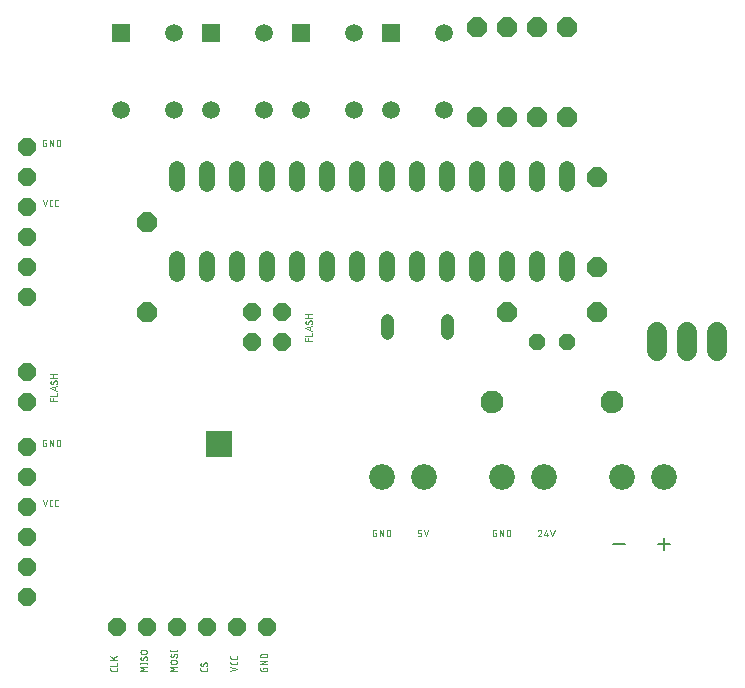
<source format=gbr>
G04 EAGLE Gerber X2 export*
%TF.Part,Single*%
%TF.FileFunction,Copper,L1,Top,Mixed*%
%TF.FilePolarity,Positive*%
%TF.GenerationSoftware,Autodesk,EAGLE,8.7.1*%
%TF.CreationDate,2020-07-24T08:34:05Z*%
G75*
%MOMM*%
%FSLAX34Y34*%
%LPD*%
%AMOC8*
5,1,8,0,0,1.08239X$1,22.5*%
G01*
%ADD10C,0.127000*%
%ADD11C,0.050800*%
%ADD12C,1.320800*%
%ADD13P,1.632244X8X112.500000*%
%ADD14P,1.814519X8X112.500000*%
%ADD15C,1.117600*%
%ADD16R,2.250000X2.250000*%
%ADD17C,1.498000*%
%ADD18R,1.498000X1.498000*%
%ADD19P,1.632244X8X202.500000*%
%ADD20P,1.814519X8X22.500000*%
%ADD21P,1.539592X8X22.500000*%
%ADD22C,1.676400*%
%ADD23C,1.930400*%
%ADD24C,2.184400*%
%ADD25P,1.632244X8X22.500000*%
%ADD26P,1.632244X8X292.500000*%


D10*
X1003935Y171760D02*
X1014264Y171760D01*
X1009100Y166596D02*
X1009100Y176925D01*
X976164Y171760D02*
X965835Y171760D01*
D11*
X485958Y511358D02*
X485027Y511358D01*
X485958Y511358D02*
X485958Y508254D01*
X484096Y508254D01*
X484026Y508256D01*
X483957Y508262D01*
X483888Y508272D01*
X483820Y508285D01*
X483752Y508303D01*
X483686Y508324D01*
X483621Y508349D01*
X483557Y508377D01*
X483495Y508409D01*
X483435Y508444D01*
X483377Y508483D01*
X483322Y508525D01*
X483268Y508570D01*
X483218Y508618D01*
X483170Y508668D01*
X483125Y508722D01*
X483083Y508777D01*
X483044Y508835D01*
X483009Y508895D01*
X482977Y508957D01*
X482949Y509021D01*
X482924Y509086D01*
X482903Y509152D01*
X482885Y509220D01*
X482872Y509288D01*
X482862Y509357D01*
X482856Y509426D01*
X482854Y509496D01*
X482854Y512600D01*
X482856Y512670D01*
X482862Y512739D01*
X482872Y512808D01*
X482885Y512876D01*
X482903Y512944D01*
X482924Y513010D01*
X482949Y513075D01*
X482977Y513139D01*
X483009Y513201D01*
X483044Y513261D01*
X483083Y513319D01*
X483125Y513374D01*
X483170Y513428D01*
X483218Y513478D01*
X483268Y513526D01*
X483322Y513571D01*
X483377Y513613D01*
X483435Y513652D01*
X483495Y513687D01*
X483557Y513719D01*
X483621Y513747D01*
X483686Y513772D01*
X483752Y513793D01*
X483820Y513811D01*
X483888Y513824D01*
X483957Y513834D01*
X484026Y513840D01*
X484096Y513842D01*
X485958Y513842D01*
X488706Y513842D02*
X488706Y508254D01*
X491811Y508254D02*
X488706Y513842D01*
X491811Y513842D02*
X491811Y508254D01*
X494558Y508254D02*
X494558Y513842D01*
X496110Y513842D01*
X496186Y513840D01*
X496262Y513835D01*
X496338Y513825D01*
X496413Y513812D01*
X496487Y513795D01*
X496561Y513775D01*
X496633Y513751D01*
X496704Y513724D01*
X496774Y513693D01*
X496842Y513659D01*
X496908Y513621D01*
X496972Y513580D01*
X497035Y513537D01*
X497095Y513490D01*
X497152Y513440D01*
X497207Y513387D01*
X497260Y513332D01*
X497310Y513275D01*
X497357Y513215D01*
X497400Y513152D01*
X497441Y513088D01*
X497479Y513022D01*
X497513Y512954D01*
X497544Y512884D01*
X497571Y512813D01*
X497595Y512740D01*
X497615Y512667D01*
X497632Y512593D01*
X497645Y512518D01*
X497655Y512442D01*
X497660Y512366D01*
X497662Y512290D01*
X497663Y512290D02*
X497663Y509806D01*
X497662Y509806D02*
X497660Y509727D01*
X497654Y509649D01*
X497644Y509571D01*
X497630Y509494D01*
X497612Y509417D01*
X497591Y509341D01*
X497565Y509267D01*
X497536Y509194D01*
X497503Y509123D01*
X497467Y509053D01*
X497427Y508985D01*
X497384Y508919D01*
X497337Y508856D01*
X497288Y508795D01*
X497235Y508737D01*
X497179Y508681D01*
X497121Y508628D01*
X497060Y508579D01*
X496997Y508532D01*
X496931Y508489D01*
X496863Y508449D01*
X496794Y508413D01*
X496722Y508380D01*
X496649Y508351D01*
X496575Y508325D01*
X496499Y508304D01*
X496422Y508286D01*
X496345Y508272D01*
X496267Y508262D01*
X496189Y508256D01*
X496110Y508254D01*
X494558Y508254D01*
X485958Y257358D02*
X485027Y257358D01*
X485958Y257358D02*
X485958Y254254D01*
X484096Y254254D01*
X484026Y254256D01*
X483957Y254262D01*
X483888Y254272D01*
X483820Y254285D01*
X483752Y254303D01*
X483686Y254324D01*
X483621Y254349D01*
X483557Y254377D01*
X483495Y254409D01*
X483435Y254444D01*
X483377Y254483D01*
X483322Y254525D01*
X483268Y254570D01*
X483218Y254618D01*
X483170Y254668D01*
X483125Y254722D01*
X483083Y254777D01*
X483044Y254835D01*
X483009Y254895D01*
X482977Y254957D01*
X482949Y255021D01*
X482924Y255086D01*
X482903Y255152D01*
X482885Y255220D01*
X482872Y255288D01*
X482862Y255357D01*
X482856Y255426D01*
X482854Y255496D01*
X482854Y258600D01*
X482856Y258670D01*
X482862Y258739D01*
X482872Y258808D01*
X482885Y258876D01*
X482903Y258944D01*
X482924Y259010D01*
X482949Y259075D01*
X482977Y259139D01*
X483009Y259201D01*
X483044Y259261D01*
X483083Y259319D01*
X483125Y259374D01*
X483170Y259428D01*
X483218Y259478D01*
X483268Y259526D01*
X483322Y259571D01*
X483377Y259613D01*
X483435Y259652D01*
X483495Y259687D01*
X483557Y259719D01*
X483621Y259747D01*
X483686Y259772D01*
X483752Y259793D01*
X483820Y259811D01*
X483888Y259824D01*
X483957Y259834D01*
X484026Y259840D01*
X484096Y259842D01*
X485958Y259842D01*
X488706Y259842D02*
X488706Y254254D01*
X491811Y254254D02*
X488706Y259842D01*
X491811Y259842D02*
X491811Y254254D01*
X494558Y254254D02*
X494558Y259842D01*
X496110Y259842D01*
X496186Y259840D01*
X496262Y259835D01*
X496338Y259825D01*
X496413Y259812D01*
X496487Y259795D01*
X496561Y259775D01*
X496633Y259751D01*
X496704Y259724D01*
X496774Y259693D01*
X496842Y259659D01*
X496908Y259621D01*
X496972Y259580D01*
X497035Y259537D01*
X497095Y259490D01*
X497152Y259440D01*
X497207Y259387D01*
X497260Y259332D01*
X497310Y259275D01*
X497357Y259215D01*
X497400Y259152D01*
X497441Y259088D01*
X497479Y259022D01*
X497513Y258954D01*
X497544Y258884D01*
X497571Y258813D01*
X497595Y258740D01*
X497615Y258667D01*
X497632Y258593D01*
X497645Y258518D01*
X497655Y258442D01*
X497660Y258366D01*
X497662Y258290D01*
X497663Y258290D02*
X497663Y255806D01*
X497662Y255806D02*
X497660Y255727D01*
X497654Y255649D01*
X497644Y255571D01*
X497630Y255494D01*
X497612Y255417D01*
X497591Y255341D01*
X497565Y255267D01*
X497536Y255194D01*
X497503Y255123D01*
X497467Y255053D01*
X497427Y254985D01*
X497384Y254919D01*
X497337Y254856D01*
X497288Y254795D01*
X497235Y254737D01*
X497179Y254681D01*
X497121Y254628D01*
X497060Y254579D01*
X496997Y254532D01*
X496931Y254489D01*
X496863Y254449D01*
X496794Y254413D01*
X496722Y254380D01*
X496649Y254351D01*
X496575Y254325D01*
X496499Y254304D01*
X496422Y254286D01*
X496345Y254272D01*
X496267Y254262D01*
X496189Y254256D01*
X496110Y254254D01*
X494558Y254254D01*
X484717Y457454D02*
X482854Y463042D01*
X486579Y463042D02*
X484717Y457454D01*
X489876Y457454D02*
X491118Y457454D01*
X489876Y457454D02*
X489806Y457456D01*
X489737Y457462D01*
X489668Y457472D01*
X489600Y457485D01*
X489532Y457503D01*
X489466Y457524D01*
X489401Y457549D01*
X489337Y457577D01*
X489275Y457609D01*
X489215Y457644D01*
X489157Y457683D01*
X489102Y457725D01*
X489048Y457770D01*
X488998Y457818D01*
X488950Y457868D01*
X488905Y457922D01*
X488863Y457977D01*
X488824Y458035D01*
X488789Y458095D01*
X488757Y458157D01*
X488729Y458221D01*
X488704Y458286D01*
X488683Y458352D01*
X488665Y458420D01*
X488652Y458488D01*
X488642Y458557D01*
X488636Y458626D01*
X488634Y458696D01*
X488635Y458696D02*
X488635Y461800D01*
X488634Y461800D02*
X488636Y461870D01*
X488642Y461939D01*
X488652Y462008D01*
X488665Y462076D01*
X488683Y462144D01*
X488704Y462210D01*
X488729Y462275D01*
X488757Y462339D01*
X488789Y462401D01*
X488824Y462461D01*
X488863Y462519D01*
X488905Y462574D01*
X488950Y462628D01*
X488998Y462678D01*
X489048Y462726D01*
X489102Y462771D01*
X489157Y462813D01*
X489215Y462852D01*
X489275Y462887D01*
X489337Y462919D01*
X489401Y462947D01*
X489466Y462972D01*
X489532Y462993D01*
X489600Y463011D01*
X489668Y463024D01*
X489737Y463034D01*
X489806Y463040D01*
X489876Y463042D01*
X491118Y463042D01*
X494448Y457454D02*
X495690Y457454D01*
X494448Y457454D02*
X494378Y457456D01*
X494309Y457462D01*
X494240Y457472D01*
X494172Y457485D01*
X494104Y457503D01*
X494038Y457524D01*
X493973Y457549D01*
X493909Y457577D01*
X493847Y457609D01*
X493787Y457644D01*
X493729Y457683D01*
X493674Y457725D01*
X493620Y457770D01*
X493570Y457818D01*
X493522Y457868D01*
X493477Y457922D01*
X493435Y457977D01*
X493396Y458035D01*
X493361Y458095D01*
X493329Y458157D01*
X493301Y458221D01*
X493276Y458286D01*
X493255Y458352D01*
X493237Y458420D01*
X493224Y458488D01*
X493214Y458557D01*
X493208Y458626D01*
X493206Y458696D01*
X493206Y461800D01*
X493208Y461870D01*
X493214Y461939D01*
X493224Y462008D01*
X493237Y462076D01*
X493255Y462144D01*
X493276Y462210D01*
X493301Y462275D01*
X493329Y462339D01*
X493361Y462401D01*
X493396Y462461D01*
X493435Y462519D01*
X493477Y462574D01*
X493522Y462628D01*
X493570Y462678D01*
X493620Y462726D01*
X493674Y462771D01*
X493729Y462813D01*
X493787Y462852D01*
X493847Y462887D01*
X493909Y462919D01*
X493973Y462947D01*
X494038Y462972D01*
X494104Y462993D01*
X494172Y463011D01*
X494240Y463024D01*
X494309Y463034D01*
X494378Y463040D01*
X494448Y463042D01*
X495690Y463042D01*
X482854Y209042D02*
X484717Y203454D01*
X486579Y209042D01*
X489876Y203454D02*
X491118Y203454D01*
X489876Y203454D02*
X489806Y203456D01*
X489737Y203462D01*
X489668Y203472D01*
X489600Y203485D01*
X489532Y203503D01*
X489466Y203524D01*
X489401Y203549D01*
X489337Y203577D01*
X489275Y203609D01*
X489215Y203644D01*
X489157Y203683D01*
X489102Y203725D01*
X489048Y203770D01*
X488998Y203818D01*
X488950Y203868D01*
X488905Y203922D01*
X488863Y203977D01*
X488824Y204035D01*
X488789Y204095D01*
X488757Y204157D01*
X488729Y204221D01*
X488704Y204286D01*
X488683Y204352D01*
X488665Y204420D01*
X488652Y204488D01*
X488642Y204557D01*
X488636Y204626D01*
X488634Y204696D01*
X488635Y204696D02*
X488635Y207800D01*
X488634Y207800D02*
X488636Y207870D01*
X488642Y207939D01*
X488652Y208008D01*
X488665Y208076D01*
X488683Y208144D01*
X488704Y208210D01*
X488729Y208275D01*
X488757Y208339D01*
X488789Y208401D01*
X488824Y208461D01*
X488863Y208519D01*
X488905Y208574D01*
X488950Y208628D01*
X488998Y208678D01*
X489048Y208726D01*
X489102Y208771D01*
X489157Y208813D01*
X489215Y208852D01*
X489275Y208887D01*
X489337Y208919D01*
X489401Y208947D01*
X489466Y208972D01*
X489532Y208993D01*
X489600Y209011D01*
X489668Y209024D01*
X489737Y209034D01*
X489806Y209040D01*
X489876Y209042D01*
X491118Y209042D01*
X494448Y203454D02*
X495690Y203454D01*
X494448Y203454D02*
X494378Y203456D01*
X494309Y203462D01*
X494240Y203472D01*
X494172Y203485D01*
X494104Y203503D01*
X494038Y203524D01*
X493973Y203549D01*
X493909Y203577D01*
X493847Y203609D01*
X493787Y203644D01*
X493729Y203683D01*
X493674Y203725D01*
X493620Y203770D01*
X493570Y203818D01*
X493522Y203868D01*
X493477Y203922D01*
X493435Y203977D01*
X493396Y204035D01*
X493361Y204095D01*
X493329Y204157D01*
X493301Y204221D01*
X493276Y204286D01*
X493255Y204352D01*
X493237Y204420D01*
X493224Y204488D01*
X493214Y204557D01*
X493208Y204626D01*
X493206Y204696D01*
X493206Y207800D01*
X493208Y207870D01*
X493214Y207939D01*
X493224Y208008D01*
X493237Y208076D01*
X493255Y208144D01*
X493276Y208210D01*
X493301Y208275D01*
X493329Y208339D01*
X493361Y208401D01*
X493396Y208461D01*
X493435Y208519D01*
X493477Y208574D01*
X493522Y208628D01*
X493570Y208678D01*
X493620Y208726D01*
X493674Y208771D01*
X493729Y208813D01*
X493787Y208852D01*
X493847Y208887D01*
X493909Y208919D01*
X493973Y208947D01*
X494038Y208972D01*
X494104Y208993D01*
X494172Y209011D01*
X494240Y209024D01*
X494309Y209034D01*
X494378Y209040D01*
X494448Y209042D01*
X495690Y209042D01*
X495046Y292354D02*
X489458Y292354D01*
X489458Y294838D01*
X491942Y294838D02*
X491942Y292354D01*
X489458Y297109D02*
X495046Y297109D01*
X495046Y299592D01*
X495046Y301359D02*
X489458Y303222D01*
X495046Y305085D01*
X493649Y304619D02*
X493649Y301825D01*
X495046Y308836D02*
X495044Y308906D01*
X495038Y308975D01*
X495028Y309044D01*
X495015Y309112D01*
X494997Y309180D01*
X494976Y309246D01*
X494951Y309311D01*
X494923Y309375D01*
X494891Y309437D01*
X494856Y309497D01*
X494817Y309555D01*
X494775Y309610D01*
X494730Y309664D01*
X494682Y309714D01*
X494632Y309762D01*
X494578Y309807D01*
X494523Y309849D01*
X494465Y309888D01*
X494405Y309923D01*
X494343Y309955D01*
X494279Y309983D01*
X494214Y310008D01*
X494148Y310029D01*
X494080Y310047D01*
X494012Y310060D01*
X493943Y310070D01*
X493874Y310076D01*
X493804Y310078D01*
X495046Y308836D02*
X495044Y308737D01*
X495039Y308639D01*
X495029Y308541D01*
X495016Y308443D01*
X495000Y308346D01*
X494980Y308249D01*
X494956Y308154D01*
X494928Y308059D01*
X494897Y307965D01*
X494863Y307873D01*
X494825Y307782D01*
X494784Y307692D01*
X494739Y307604D01*
X494691Y307518D01*
X494640Y307434D01*
X494586Y307352D01*
X494528Y307271D01*
X494468Y307193D01*
X494405Y307118D01*
X494339Y307044D01*
X494270Y306974D01*
X490700Y307128D02*
X490630Y307130D01*
X490561Y307136D01*
X490492Y307146D01*
X490424Y307159D01*
X490356Y307177D01*
X490290Y307198D01*
X490225Y307223D01*
X490161Y307251D01*
X490099Y307283D01*
X490039Y307318D01*
X489981Y307357D01*
X489926Y307399D01*
X489872Y307444D01*
X489822Y307492D01*
X489774Y307542D01*
X489729Y307596D01*
X489687Y307651D01*
X489648Y307709D01*
X489613Y307769D01*
X489581Y307831D01*
X489553Y307895D01*
X489528Y307960D01*
X489507Y308026D01*
X489489Y308094D01*
X489476Y308162D01*
X489466Y308231D01*
X489460Y308300D01*
X489458Y308370D01*
X489460Y308464D01*
X489466Y308557D01*
X489475Y308650D01*
X489488Y308743D01*
X489505Y308835D01*
X489525Y308926D01*
X489550Y309017D01*
X489577Y309106D01*
X489609Y309194D01*
X489644Y309281D01*
X489682Y309367D01*
X489724Y309450D01*
X489769Y309533D01*
X489817Y309613D01*
X489869Y309691D01*
X489924Y309767D01*
X491786Y307750D02*
X491750Y307691D01*
X491710Y307635D01*
X491667Y307581D01*
X491622Y307529D01*
X491573Y307480D01*
X491522Y307434D01*
X491469Y307391D01*
X491413Y307350D01*
X491355Y307313D01*
X491295Y307278D01*
X491234Y307248D01*
X491171Y307220D01*
X491106Y307196D01*
X491040Y307176D01*
X490973Y307159D01*
X490906Y307146D01*
X490838Y307137D01*
X490769Y307131D01*
X490700Y307129D01*
X492718Y309456D02*
X492754Y309515D01*
X492794Y309571D01*
X492837Y309625D01*
X492882Y309677D01*
X492931Y309726D01*
X492982Y309772D01*
X493035Y309815D01*
X493091Y309856D01*
X493149Y309893D01*
X493209Y309928D01*
X493270Y309958D01*
X493333Y309986D01*
X493398Y310010D01*
X493464Y310030D01*
X493531Y310047D01*
X493598Y310060D01*
X493666Y310069D01*
X493735Y310075D01*
X493804Y310077D01*
X492718Y309457D02*
X491786Y307749D01*
X489458Y312460D02*
X495046Y312460D01*
X491942Y312460D02*
X491942Y315564D01*
X489458Y315564D02*
X495046Y315564D01*
X705358Y343154D02*
X710946Y343154D01*
X705358Y343154D02*
X705358Y345638D01*
X707842Y345638D02*
X707842Y343154D01*
X705358Y347909D02*
X710946Y347909D01*
X710946Y350392D01*
X710946Y352159D02*
X705358Y354022D01*
X710946Y355885D01*
X709549Y355419D02*
X709549Y352625D01*
X710946Y359636D02*
X710944Y359706D01*
X710938Y359775D01*
X710928Y359844D01*
X710915Y359912D01*
X710897Y359980D01*
X710876Y360046D01*
X710851Y360111D01*
X710823Y360175D01*
X710791Y360237D01*
X710756Y360297D01*
X710717Y360355D01*
X710675Y360410D01*
X710630Y360464D01*
X710582Y360514D01*
X710532Y360562D01*
X710478Y360607D01*
X710423Y360649D01*
X710365Y360688D01*
X710305Y360723D01*
X710243Y360755D01*
X710179Y360783D01*
X710114Y360808D01*
X710048Y360829D01*
X709980Y360847D01*
X709912Y360860D01*
X709843Y360870D01*
X709774Y360876D01*
X709704Y360878D01*
X710946Y359636D02*
X710944Y359537D01*
X710939Y359439D01*
X710929Y359341D01*
X710916Y359243D01*
X710900Y359146D01*
X710880Y359049D01*
X710856Y358954D01*
X710828Y358859D01*
X710797Y358765D01*
X710763Y358673D01*
X710725Y358582D01*
X710684Y358492D01*
X710639Y358404D01*
X710591Y358318D01*
X710540Y358234D01*
X710486Y358152D01*
X710428Y358071D01*
X710368Y357993D01*
X710305Y357918D01*
X710239Y357844D01*
X710170Y357774D01*
X706600Y357928D02*
X706530Y357930D01*
X706461Y357936D01*
X706392Y357946D01*
X706324Y357959D01*
X706256Y357977D01*
X706190Y357998D01*
X706125Y358023D01*
X706061Y358051D01*
X705999Y358083D01*
X705939Y358118D01*
X705881Y358157D01*
X705826Y358199D01*
X705772Y358244D01*
X705722Y358292D01*
X705674Y358342D01*
X705629Y358396D01*
X705587Y358451D01*
X705548Y358509D01*
X705513Y358569D01*
X705481Y358631D01*
X705453Y358695D01*
X705428Y358760D01*
X705407Y358826D01*
X705389Y358894D01*
X705376Y358962D01*
X705366Y359031D01*
X705360Y359100D01*
X705358Y359170D01*
X705360Y359264D01*
X705366Y359357D01*
X705375Y359450D01*
X705388Y359543D01*
X705405Y359635D01*
X705425Y359726D01*
X705450Y359817D01*
X705477Y359906D01*
X705509Y359994D01*
X705544Y360081D01*
X705582Y360167D01*
X705624Y360250D01*
X705669Y360333D01*
X705717Y360413D01*
X705769Y360491D01*
X705824Y360567D01*
X707686Y358550D02*
X707650Y358491D01*
X707610Y358435D01*
X707567Y358381D01*
X707522Y358329D01*
X707473Y358280D01*
X707422Y358234D01*
X707369Y358191D01*
X707313Y358150D01*
X707255Y358113D01*
X707195Y358078D01*
X707134Y358048D01*
X707071Y358020D01*
X707006Y357996D01*
X706940Y357976D01*
X706873Y357959D01*
X706806Y357946D01*
X706738Y357937D01*
X706669Y357931D01*
X706600Y357929D01*
X708618Y360256D02*
X708654Y360315D01*
X708694Y360371D01*
X708737Y360425D01*
X708782Y360477D01*
X708831Y360526D01*
X708882Y360572D01*
X708935Y360615D01*
X708991Y360656D01*
X709049Y360693D01*
X709109Y360728D01*
X709170Y360758D01*
X709233Y360786D01*
X709298Y360810D01*
X709364Y360830D01*
X709431Y360847D01*
X709498Y360860D01*
X709566Y360869D01*
X709635Y360875D01*
X709704Y360877D01*
X708618Y360257D02*
X707686Y358549D01*
X705358Y363260D02*
X710946Y363260D01*
X707842Y363260D02*
X707842Y366364D01*
X705358Y366364D02*
X710946Y366364D01*
X545846Y66238D02*
X545846Y64996D01*
X545844Y64926D01*
X545838Y64857D01*
X545828Y64788D01*
X545815Y64720D01*
X545797Y64652D01*
X545776Y64586D01*
X545751Y64521D01*
X545723Y64457D01*
X545691Y64395D01*
X545656Y64335D01*
X545617Y64277D01*
X545575Y64222D01*
X545530Y64168D01*
X545482Y64118D01*
X545432Y64070D01*
X545378Y64025D01*
X545323Y63983D01*
X545265Y63944D01*
X545205Y63909D01*
X545143Y63877D01*
X545079Y63849D01*
X545014Y63824D01*
X544948Y63803D01*
X544880Y63785D01*
X544812Y63772D01*
X544743Y63762D01*
X544674Y63756D01*
X544604Y63754D01*
X541500Y63754D01*
X541430Y63756D01*
X541361Y63762D01*
X541292Y63772D01*
X541224Y63785D01*
X541156Y63803D01*
X541090Y63824D01*
X541025Y63849D01*
X540961Y63877D01*
X540899Y63909D01*
X540839Y63944D01*
X540781Y63983D01*
X540726Y64025D01*
X540672Y64070D01*
X540622Y64118D01*
X540574Y64168D01*
X540529Y64222D01*
X540487Y64277D01*
X540448Y64335D01*
X540413Y64395D01*
X540381Y64457D01*
X540353Y64521D01*
X540328Y64586D01*
X540307Y64652D01*
X540289Y64720D01*
X540276Y64788D01*
X540266Y64857D01*
X540260Y64926D01*
X540258Y64996D01*
X540258Y66238D01*
X540258Y68536D02*
X545846Y68536D01*
X545846Y71020D01*
X545846Y73363D02*
X540258Y73363D01*
X540258Y76467D02*
X543673Y73363D01*
X542431Y74605D02*
X545846Y76467D01*
X565658Y63754D02*
X571246Y63754D01*
X568762Y65617D02*
X565658Y63754D01*
X568762Y65617D02*
X565658Y67479D01*
X571246Y67479D01*
X571246Y70554D02*
X565658Y70554D01*
X571246Y69934D02*
X571246Y71175D01*
X565658Y71175D02*
X565658Y69934D01*
X571246Y75071D02*
X571244Y75141D01*
X571238Y75210D01*
X571228Y75279D01*
X571215Y75347D01*
X571197Y75415D01*
X571176Y75481D01*
X571151Y75546D01*
X571123Y75610D01*
X571091Y75672D01*
X571056Y75732D01*
X571017Y75790D01*
X570975Y75845D01*
X570930Y75899D01*
X570882Y75949D01*
X570832Y75997D01*
X570778Y76042D01*
X570723Y76084D01*
X570665Y76123D01*
X570605Y76158D01*
X570543Y76190D01*
X570479Y76218D01*
X570414Y76243D01*
X570348Y76264D01*
X570280Y76282D01*
X570212Y76295D01*
X570143Y76305D01*
X570074Y76311D01*
X570004Y76313D01*
X571246Y75071D02*
X571244Y74972D01*
X571239Y74874D01*
X571229Y74776D01*
X571216Y74678D01*
X571200Y74581D01*
X571180Y74484D01*
X571156Y74389D01*
X571128Y74294D01*
X571097Y74200D01*
X571063Y74108D01*
X571025Y74017D01*
X570984Y73927D01*
X570939Y73839D01*
X570891Y73753D01*
X570840Y73669D01*
X570786Y73587D01*
X570728Y73506D01*
X570668Y73428D01*
X570605Y73353D01*
X570539Y73279D01*
X570470Y73209D01*
X566900Y73363D02*
X566830Y73365D01*
X566761Y73371D01*
X566692Y73381D01*
X566624Y73394D01*
X566556Y73412D01*
X566490Y73433D01*
X566425Y73458D01*
X566361Y73486D01*
X566299Y73518D01*
X566239Y73553D01*
X566181Y73592D01*
X566126Y73634D01*
X566072Y73679D01*
X566022Y73727D01*
X565974Y73777D01*
X565929Y73831D01*
X565887Y73886D01*
X565848Y73944D01*
X565813Y74004D01*
X565781Y74066D01*
X565753Y74130D01*
X565728Y74195D01*
X565707Y74261D01*
X565689Y74329D01*
X565676Y74397D01*
X565666Y74466D01*
X565660Y74535D01*
X565658Y74605D01*
X565660Y74699D01*
X565666Y74792D01*
X565675Y74885D01*
X565688Y74978D01*
X565705Y75070D01*
X565725Y75161D01*
X565750Y75252D01*
X565777Y75341D01*
X565809Y75429D01*
X565844Y75516D01*
X565882Y75602D01*
X565924Y75685D01*
X565969Y75768D01*
X566017Y75848D01*
X566069Y75926D01*
X566124Y76002D01*
X567986Y73985D02*
X567950Y73926D01*
X567910Y73870D01*
X567867Y73816D01*
X567822Y73764D01*
X567773Y73715D01*
X567722Y73669D01*
X567669Y73626D01*
X567613Y73585D01*
X567555Y73548D01*
X567495Y73513D01*
X567434Y73483D01*
X567371Y73455D01*
X567306Y73431D01*
X567240Y73411D01*
X567173Y73394D01*
X567106Y73381D01*
X567038Y73372D01*
X566969Y73366D01*
X566900Y73364D01*
X568918Y75692D02*
X568954Y75751D01*
X568994Y75807D01*
X569037Y75861D01*
X569082Y75913D01*
X569131Y75962D01*
X569182Y76008D01*
X569235Y76051D01*
X569291Y76092D01*
X569349Y76129D01*
X569409Y76164D01*
X569470Y76194D01*
X569533Y76222D01*
X569598Y76246D01*
X569664Y76266D01*
X569731Y76283D01*
X569798Y76296D01*
X569866Y76305D01*
X569935Y76311D01*
X570004Y76313D01*
X568918Y75692D02*
X567986Y73985D01*
X567210Y78512D02*
X569694Y78512D01*
X567210Y78512D02*
X567133Y78514D01*
X567055Y78520D01*
X566979Y78529D01*
X566902Y78543D01*
X566827Y78560D01*
X566753Y78581D01*
X566679Y78606D01*
X566607Y78634D01*
X566537Y78666D01*
X566468Y78701D01*
X566401Y78740D01*
X566336Y78782D01*
X566273Y78827D01*
X566212Y78875D01*
X566154Y78926D01*
X566099Y78980D01*
X566046Y79037D01*
X565997Y79096D01*
X565950Y79158D01*
X565906Y79222D01*
X565866Y79288D01*
X565829Y79356D01*
X565795Y79426D01*
X565765Y79497D01*
X565739Y79570D01*
X565716Y79644D01*
X565697Y79719D01*
X565682Y79794D01*
X565670Y79871D01*
X565662Y79948D01*
X565658Y80025D01*
X565658Y80103D01*
X565662Y80180D01*
X565670Y80257D01*
X565682Y80334D01*
X565697Y80409D01*
X565716Y80484D01*
X565739Y80558D01*
X565765Y80631D01*
X565795Y80702D01*
X565829Y80772D01*
X565866Y80840D01*
X565906Y80906D01*
X565950Y80970D01*
X565997Y81032D01*
X566046Y81091D01*
X566099Y81148D01*
X566154Y81202D01*
X566212Y81253D01*
X566273Y81301D01*
X566336Y81346D01*
X566401Y81388D01*
X566468Y81427D01*
X566537Y81462D01*
X566607Y81494D01*
X566679Y81522D01*
X566753Y81547D01*
X566827Y81568D01*
X566902Y81585D01*
X566979Y81599D01*
X567055Y81608D01*
X567133Y81614D01*
X567210Y81616D01*
X569694Y81616D01*
X569771Y81614D01*
X569849Y81608D01*
X569925Y81599D01*
X570002Y81585D01*
X570077Y81568D01*
X570151Y81547D01*
X570225Y81522D01*
X570297Y81494D01*
X570367Y81462D01*
X570436Y81427D01*
X570503Y81388D01*
X570568Y81346D01*
X570631Y81301D01*
X570692Y81253D01*
X570750Y81202D01*
X570805Y81148D01*
X570858Y81091D01*
X570907Y81032D01*
X570954Y80970D01*
X570998Y80906D01*
X571038Y80840D01*
X571075Y80772D01*
X571109Y80702D01*
X571139Y80631D01*
X571165Y80558D01*
X571188Y80484D01*
X571207Y80409D01*
X571222Y80334D01*
X571234Y80257D01*
X571242Y80180D01*
X571246Y80103D01*
X571246Y80025D01*
X571242Y79948D01*
X571234Y79871D01*
X571222Y79794D01*
X571207Y79719D01*
X571188Y79644D01*
X571165Y79570D01*
X571139Y79497D01*
X571109Y79426D01*
X571075Y79356D01*
X571038Y79288D01*
X570998Y79222D01*
X570954Y79158D01*
X570907Y79096D01*
X570858Y79037D01*
X570805Y78980D01*
X570750Y78926D01*
X570692Y78875D01*
X570631Y78827D01*
X570568Y78782D01*
X570503Y78740D01*
X570436Y78701D01*
X570367Y78666D01*
X570297Y78634D01*
X570225Y78606D01*
X570151Y78581D01*
X570077Y78560D01*
X570002Y78543D01*
X569925Y78529D01*
X569849Y78520D01*
X569771Y78514D01*
X569694Y78512D01*
X591058Y63754D02*
X596646Y63754D01*
X594162Y65617D02*
X591058Y63754D01*
X594162Y65617D02*
X591058Y67479D01*
X596646Y67479D01*
X595094Y70099D02*
X592610Y70099D01*
X592610Y70100D02*
X592533Y70102D01*
X592455Y70108D01*
X592379Y70117D01*
X592302Y70131D01*
X592227Y70148D01*
X592153Y70169D01*
X592079Y70194D01*
X592007Y70222D01*
X591937Y70254D01*
X591868Y70289D01*
X591801Y70328D01*
X591736Y70370D01*
X591673Y70415D01*
X591612Y70463D01*
X591554Y70514D01*
X591499Y70568D01*
X591446Y70625D01*
X591397Y70684D01*
X591350Y70746D01*
X591306Y70810D01*
X591266Y70876D01*
X591229Y70944D01*
X591195Y71014D01*
X591165Y71085D01*
X591139Y71158D01*
X591116Y71232D01*
X591097Y71307D01*
X591082Y71382D01*
X591070Y71459D01*
X591062Y71536D01*
X591058Y71613D01*
X591058Y71691D01*
X591062Y71768D01*
X591070Y71845D01*
X591082Y71922D01*
X591097Y71997D01*
X591116Y72072D01*
X591139Y72146D01*
X591165Y72219D01*
X591195Y72290D01*
X591229Y72360D01*
X591266Y72428D01*
X591306Y72494D01*
X591350Y72558D01*
X591397Y72620D01*
X591446Y72679D01*
X591499Y72736D01*
X591554Y72790D01*
X591612Y72841D01*
X591673Y72889D01*
X591736Y72934D01*
X591801Y72976D01*
X591868Y73015D01*
X591937Y73050D01*
X592007Y73082D01*
X592079Y73110D01*
X592153Y73135D01*
X592227Y73156D01*
X592302Y73173D01*
X592379Y73187D01*
X592455Y73196D01*
X592533Y73202D01*
X592610Y73204D01*
X595094Y73204D01*
X595171Y73202D01*
X595249Y73196D01*
X595325Y73187D01*
X595402Y73173D01*
X595477Y73156D01*
X595551Y73135D01*
X595625Y73110D01*
X595697Y73082D01*
X595767Y73050D01*
X595836Y73015D01*
X595903Y72976D01*
X595968Y72934D01*
X596031Y72889D01*
X596092Y72841D01*
X596150Y72790D01*
X596205Y72736D01*
X596258Y72679D01*
X596307Y72620D01*
X596354Y72558D01*
X596398Y72494D01*
X596438Y72428D01*
X596475Y72360D01*
X596509Y72290D01*
X596539Y72219D01*
X596565Y72146D01*
X596588Y72072D01*
X596607Y71997D01*
X596622Y71922D01*
X596634Y71845D01*
X596642Y71768D01*
X596646Y71691D01*
X596646Y71613D01*
X596642Y71536D01*
X596634Y71459D01*
X596622Y71382D01*
X596607Y71307D01*
X596588Y71232D01*
X596565Y71158D01*
X596539Y71085D01*
X596509Y71014D01*
X596475Y70944D01*
X596438Y70876D01*
X596398Y70810D01*
X596354Y70746D01*
X596307Y70684D01*
X596258Y70625D01*
X596205Y70568D01*
X596150Y70514D01*
X596092Y70463D01*
X596031Y70415D01*
X595968Y70370D01*
X595903Y70328D01*
X595836Y70289D01*
X595767Y70254D01*
X595697Y70222D01*
X595625Y70194D01*
X595551Y70169D01*
X595477Y70148D01*
X595402Y70131D01*
X595325Y70117D01*
X595249Y70108D01*
X595171Y70102D01*
X595094Y70100D01*
X596646Y77266D02*
X596644Y77336D01*
X596638Y77405D01*
X596628Y77474D01*
X596615Y77542D01*
X596597Y77610D01*
X596576Y77676D01*
X596551Y77741D01*
X596523Y77805D01*
X596491Y77867D01*
X596456Y77927D01*
X596417Y77985D01*
X596375Y78040D01*
X596330Y78094D01*
X596282Y78144D01*
X596232Y78192D01*
X596178Y78237D01*
X596123Y78279D01*
X596065Y78318D01*
X596005Y78353D01*
X595943Y78385D01*
X595879Y78413D01*
X595814Y78438D01*
X595748Y78459D01*
X595680Y78477D01*
X595612Y78490D01*
X595543Y78500D01*
X595474Y78506D01*
X595404Y78508D01*
X596646Y77266D02*
X596644Y77167D01*
X596639Y77069D01*
X596629Y76971D01*
X596616Y76873D01*
X596600Y76776D01*
X596580Y76679D01*
X596556Y76584D01*
X596528Y76489D01*
X596497Y76395D01*
X596463Y76303D01*
X596425Y76212D01*
X596384Y76122D01*
X596339Y76034D01*
X596291Y75948D01*
X596240Y75864D01*
X596186Y75782D01*
X596128Y75701D01*
X596068Y75623D01*
X596005Y75548D01*
X595939Y75474D01*
X595870Y75404D01*
X592300Y75558D02*
X592230Y75560D01*
X592161Y75566D01*
X592092Y75576D01*
X592024Y75589D01*
X591956Y75607D01*
X591890Y75628D01*
X591825Y75653D01*
X591761Y75681D01*
X591699Y75713D01*
X591639Y75748D01*
X591581Y75787D01*
X591526Y75829D01*
X591472Y75874D01*
X591422Y75922D01*
X591374Y75972D01*
X591329Y76026D01*
X591287Y76081D01*
X591248Y76139D01*
X591213Y76199D01*
X591181Y76261D01*
X591153Y76325D01*
X591128Y76390D01*
X591107Y76456D01*
X591089Y76524D01*
X591076Y76592D01*
X591066Y76661D01*
X591060Y76730D01*
X591058Y76800D01*
X591060Y76894D01*
X591066Y76987D01*
X591075Y77080D01*
X591088Y77173D01*
X591105Y77265D01*
X591125Y77356D01*
X591150Y77447D01*
X591177Y77536D01*
X591209Y77624D01*
X591244Y77711D01*
X591282Y77797D01*
X591324Y77880D01*
X591369Y77963D01*
X591417Y78043D01*
X591469Y78121D01*
X591524Y78197D01*
X593386Y76179D02*
X593350Y76120D01*
X593310Y76064D01*
X593267Y76010D01*
X593222Y75958D01*
X593173Y75909D01*
X593122Y75863D01*
X593069Y75820D01*
X593013Y75779D01*
X592955Y75742D01*
X592895Y75707D01*
X592834Y75677D01*
X592771Y75649D01*
X592706Y75625D01*
X592640Y75605D01*
X592573Y75588D01*
X592506Y75575D01*
X592438Y75566D01*
X592369Y75560D01*
X592300Y75558D01*
X594318Y77886D02*
X594354Y77945D01*
X594394Y78001D01*
X594437Y78055D01*
X594482Y78107D01*
X594531Y78156D01*
X594582Y78202D01*
X594635Y78245D01*
X594691Y78286D01*
X594749Y78323D01*
X594809Y78358D01*
X594870Y78388D01*
X594933Y78416D01*
X594998Y78440D01*
X595064Y78460D01*
X595131Y78477D01*
X595198Y78490D01*
X595266Y78499D01*
X595335Y78505D01*
X595404Y78507D01*
X594318Y77887D02*
X593386Y76179D01*
X591058Y81161D02*
X596646Y81161D01*
X596646Y80541D02*
X596646Y81782D01*
X591058Y81782D02*
X591058Y80541D01*
X622046Y66238D02*
X622046Y64996D01*
X622044Y64926D01*
X622038Y64857D01*
X622028Y64788D01*
X622015Y64720D01*
X621997Y64652D01*
X621976Y64586D01*
X621951Y64521D01*
X621923Y64457D01*
X621891Y64395D01*
X621856Y64335D01*
X621817Y64277D01*
X621775Y64222D01*
X621730Y64168D01*
X621682Y64118D01*
X621632Y64070D01*
X621578Y64025D01*
X621523Y63983D01*
X621465Y63944D01*
X621405Y63909D01*
X621343Y63877D01*
X621279Y63849D01*
X621214Y63824D01*
X621148Y63803D01*
X621080Y63785D01*
X621012Y63772D01*
X620943Y63762D01*
X620874Y63756D01*
X620804Y63754D01*
X617700Y63754D01*
X617630Y63756D01*
X617561Y63762D01*
X617492Y63772D01*
X617424Y63785D01*
X617356Y63803D01*
X617290Y63824D01*
X617225Y63849D01*
X617161Y63877D01*
X617099Y63909D01*
X617039Y63944D01*
X616981Y63983D01*
X616926Y64025D01*
X616872Y64070D01*
X616822Y64118D01*
X616774Y64168D01*
X616729Y64222D01*
X616687Y64277D01*
X616648Y64335D01*
X616613Y64395D01*
X616581Y64457D01*
X616553Y64521D01*
X616528Y64586D01*
X616507Y64652D01*
X616489Y64720D01*
X616476Y64788D01*
X616466Y64857D01*
X616460Y64926D01*
X616458Y64996D01*
X616458Y66238D01*
X620804Y71264D02*
X620874Y71262D01*
X620943Y71256D01*
X621012Y71246D01*
X621080Y71233D01*
X621148Y71215D01*
X621214Y71194D01*
X621279Y71169D01*
X621343Y71141D01*
X621405Y71109D01*
X621465Y71074D01*
X621523Y71035D01*
X621578Y70993D01*
X621632Y70948D01*
X621682Y70900D01*
X621730Y70850D01*
X621775Y70796D01*
X621817Y70741D01*
X621856Y70683D01*
X621891Y70623D01*
X621923Y70561D01*
X621951Y70497D01*
X621976Y70432D01*
X621997Y70366D01*
X622015Y70298D01*
X622028Y70230D01*
X622038Y70161D01*
X622044Y70092D01*
X622046Y70022D01*
X622044Y69923D01*
X622039Y69825D01*
X622029Y69727D01*
X622016Y69629D01*
X622000Y69532D01*
X621980Y69435D01*
X621956Y69340D01*
X621928Y69245D01*
X621897Y69151D01*
X621863Y69059D01*
X621825Y68968D01*
X621784Y68878D01*
X621739Y68790D01*
X621691Y68704D01*
X621640Y68620D01*
X621586Y68538D01*
X621528Y68457D01*
X621468Y68379D01*
X621405Y68304D01*
X621339Y68230D01*
X621270Y68160D01*
X617700Y68314D02*
X617630Y68316D01*
X617561Y68322D01*
X617492Y68332D01*
X617424Y68345D01*
X617356Y68363D01*
X617290Y68384D01*
X617225Y68409D01*
X617161Y68437D01*
X617099Y68469D01*
X617039Y68504D01*
X616981Y68543D01*
X616926Y68585D01*
X616872Y68630D01*
X616822Y68678D01*
X616774Y68728D01*
X616729Y68782D01*
X616687Y68837D01*
X616648Y68895D01*
X616613Y68955D01*
X616581Y69017D01*
X616553Y69081D01*
X616528Y69146D01*
X616507Y69212D01*
X616489Y69280D01*
X616476Y69348D01*
X616466Y69417D01*
X616460Y69486D01*
X616458Y69556D01*
X616460Y69650D01*
X616466Y69743D01*
X616475Y69836D01*
X616488Y69929D01*
X616505Y70021D01*
X616525Y70112D01*
X616550Y70203D01*
X616577Y70292D01*
X616609Y70380D01*
X616644Y70467D01*
X616682Y70553D01*
X616724Y70636D01*
X616769Y70719D01*
X616817Y70799D01*
X616869Y70877D01*
X616924Y70953D01*
X618786Y68936D02*
X618750Y68877D01*
X618710Y68821D01*
X618667Y68767D01*
X618622Y68715D01*
X618573Y68666D01*
X618522Y68620D01*
X618469Y68577D01*
X618413Y68536D01*
X618355Y68499D01*
X618295Y68464D01*
X618234Y68434D01*
X618171Y68406D01*
X618106Y68382D01*
X618040Y68362D01*
X617973Y68345D01*
X617906Y68332D01*
X617838Y68323D01*
X617769Y68317D01*
X617700Y68315D01*
X619718Y70643D02*
X619754Y70702D01*
X619794Y70758D01*
X619837Y70812D01*
X619882Y70864D01*
X619931Y70913D01*
X619982Y70959D01*
X620035Y71002D01*
X620091Y71043D01*
X620149Y71080D01*
X620209Y71115D01*
X620270Y71145D01*
X620333Y71173D01*
X620398Y71197D01*
X620464Y71217D01*
X620531Y71234D01*
X620598Y71247D01*
X620666Y71256D01*
X620735Y71262D01*
X620804Y71264D01*
X619718Y70643D02*
X618786Y68935D01*
X641858Y63754D02*
X647446Y65617D01*
X641858Y67479D01*
X647446Y70776D02*
X647446Y72018D01*
X647446Y70776D02*
X647444Y70706D01*
X647438Y70637D01*
X647428Y70568D01*
X647415Y70500D01*
X647397Y70432D01*
X647376Y70366D01*
X647351Y70301D01*
X647323Y70237D01*
X647291Y70175D01*
X647256Y70115D01*
X647217Y70057D01*
X647175Y70002D01*
X647130Y69948D01*
X647082Y69898D01*
X647032Y69850D01*
X646978Y69805D01*
X646923Y69763D01*
X646865Y69724D01*
X646805Y69689D01*
X646743Y69657D01*
X646679Y69629D01*
X646614Y69604D01*
X646548Y69583D01*
X646480Y69565D01*
X646412Y69552D01*
X646343Y69542D01*
X646274Y69536D01*
X646204Y69534D01*
X646204Y69535D02*
X643100Y69535D01*
X643100Y69534D02*
X643030Y69536D01*
X642961Y69542D01*
X642892Y69552D01*
X642824Y69565D01*
X642756Y69583D01*
X642690Y69604D01*
X642625Y69629D01*
X642561Y69657D01*
X642499Y69689D01*
X642439Y69724D01*
X642381Y69763D01*
X642326Y69805D01*
X642272Y69850D01*
X642222Y69898D01*
X642174Y69948D01*
X642129Y70002D01*
X642087Y70057D01*
X642048Y70115D01*
X642013Y70175D01*
X641981Y70237D01*
X641953Y70301D01*
X641928Y70366D01*
X641907Y70432D01*
X641889Y70500D01*
X641876Y70568D01*
X641866Y70637D01*
X641860Y70706D01*
X641858Y70776D01*
X641858Y72018D01*
X647446Y75348D02*
X647446Y76590D01*
X647446Y75348D02*
X647444Y75278D01*
X647438Y75209D01*
X647428Y75140D01*
X647415Y75072D01*
X647397Y75004D01*
X647376Y74938D01*
X647351Y74873D01*
X647323Y74809D01*
X647291Y74747D01*
X647256Y74687D01*
X647217Y74629D01*
X647175Y74574D01*
X647130Y74520D01*
X647082Y74470D01*
X647032Y74422D01*
X646978Y74377D01*
X646923Y74335D01*
X646865Y74296D01*
X646805Y74261D01*
X646743Y74229D01*
X646679Y74201D01*
X646614Y74176D01*
X646548Y74155D01*
X646480Y74137D01*
X646412Y74124D01*
X646343Y74114D01*
X646274Y74108D01*
X646204Y74106D01*
X643100Y74106D01*
X643030Y74108D01*
X642961Y74114D01*
X642892Y74124D01*
X642824Y74137D01*
X642756Y74155D01*
X642690Y74176D01*
X642625Y74201D01*
X642561Y74229D01*
X642499Y74261D01*
X642439Y74296D01*
X642381Y74335D01*
X642326Y74377D01*
X642272Y74422D01*
X642222Y74470D01*
X642174Y74520D01*
X642129Y74574D01*
X642087Y74629D01*
X642048Y74687D01*
X642013Y74747D01*
X641981Y74809D01*
X641953Y74873D01*
X641928Y74938D01*
X641907Y75004D01*
X641889Y75072D01*
X641876Y75140D01*
X641866Y75209D01*
X641860Y75278D01*
X641858Y75348D01*
X641858Y76590D01*
X669742Y66858D02*
X669742Y65927D01*
X669742Y66858D02*
X672846Y66858D01*
X672846Y64996D01*
X672844Y64926D01*
X672838Y64857D01*
X672828Y64788D01*
X672815Y64720D01*
X672797Y64652D01*
X672776Y64586D01*
X672751Y64521D01*
X672723Y64457D01*
X672691Y64395D01*
X672656Y64335D01*
X672617Y64277D01*
X672575Y64222D01*
X672530Y64168D01*
X672482Y64118D01*
X672432Y64070D01*
X672378Y64025D01*
X672323Y63983D01*
X672265Y63944D01*
X672205Y63909D01*
X672143Y63877D01*
X672079Y63849D01*
X672014Y63824D01*
X671948Y63803D01*
X671880Y63785D01*
X671812Y63772D01*
X671743Y63762D01*
X671674Y63756D01*
X671604Y63754D01*
X668500Y63754D01*
X668430Y63756D01*
X668361Y63762D01*
X668292Y63772D01*
X668224Y63785D01*
X668156Y63803D01*
X668090Y63824D01*
X668025Y63849D01*
X667961Y63877D01*
X667899Y63909D01*
X667839Y63944D01*
X667781Y63983D01*
X667726Y64025D01*
X667672Y64070D01*
X667622Y64118D01*
X667574Y64168D01*
X667529Y64222D01*
X667487Y64277D01*
X667448Y64335D01*
X667413Y64395D01*
X667381Y64457D01*
X667353Y64521D01*
X667328Y64586D01*
X667307Y64652D01*
X667289Y64720D01*
X667276Y64788D01*
X667266Y64857D01*
X667260Y64926D01*
X667258Y64996D01*
X667258Y66858D01*
X667258Y69606D02*
X672846Y69606D01*
X672846Y72711D02*
X667258Y69606D01*
X667258Y72711D02*
X672846Y72711D01*
X672846Y75458D02*
X667258Y75458D01*
X667258Y77010D01*
X667260Y77086D01*
X667265Y77162D01*
X667275Y77238D01*
X667288Y77313D01*
X667305Y77387D01*
X667325Y77461D01*
X667349Y77533D01*
X667376Y77604D01*
X667407Y77674D01*
X667441Y77742D01*
X667479Y77808D01*
X667520Y77872D01*
X667563Y77935D01*
X667610Y77995D01*
X667660Y78052D01*
X667713Y78107D01*
X667768Y78160D01*
X667825Y78210D01*
X667885Y78257D01*
X667948Y78300D01*
X668012Y78341D01*
X668078Y78379D01*
X668146Y78413D01*
X668216Y78444D01*
X668287Y78471D01*
X668360Y78495D01*
X668433Y78515D01*
X668507Y78532D01*
X668582Y78545D01*
X668658Y78555D01*
X668734Y78560D01*
X668810Y78562D01*
X668810Y78563D02*
X671294Y78563D01*
X671294Y78562D02*
X671370Y78560D01*
X671446Y78555D01*
X671522Y78545D01*
X671597Y78532D01*
X671671Y78515D01*
X671745Y78495D01*
X671817Y78471D01*
X671888Y78444D01*
X671958Y78413D01*
X672026Y78379D01*
X672092Y78341D01*
X672156Y78300D01*
X672219Y78257D01*
X672279Y78210D01*
X672336Y78160D01*
X672391Y78107D01*
X672444Y78052D01*
X672494Y77995D01*
X672541Y77935D01*
X672584Y77872D01*
X672625Y77808D01*
X672663Y77742D01*
X672697Y77674D01*
X672728Y77604D01*
X672755Y77533D01*
X672779Y77461D01*
X672799Y77387D01*
X672816Y77313D01*
X672829Y77238D01*
X672839Y77162D01*
X672844Y77086D01*
X672846Y77010D01*
X672846Y75458D01*
X764427Y181158D02*
X765358Y181158D01*
X765358Y178054D01*
X763496Y178054D01*
X763426Y178056D01*
X763357Y178062D01*
X763288Y178072D01*
X763220Y178085D01*
X763152Y178103D01*
X763086Y178124D01*
X763021Y178149D01*
X762957Y178177D01*
X762895Y178209D01*
X762835Y178244D01*
X762777Y178283D01*
X762722Y178325D01*
X762668Y178370D01*
X762618Y178418D01*
X762570Y178468D01*
X762525Y178522D01*
X762483Y178577D01*
X762444Y178635D01*
X762409Y178695D01*
X762377Y178757D01*
X762349Y178821D01*
X762324Y178886D01*
X762303Y178952D01*
X762285Y179020D01*
X762272Y179088D01*
X762262Y179157D01*
X762256Y179226D01*
X762254Y179296D01*
X762254Y182400D01*
X762256Y182470D01*
X762262Y182539D01*
X762272Y182608D01*
X762285Y182676D01*
X762303Y182744D01*
X762324Y182810D01*
X762349Y182875D01*
X762377Y182939D01*
X762409Y183001D01*
X762444Y183061D01*
X762483Y183119D01*
X762525Y183174D01*
X762570Y183228D01*
X762618Y183278D01*
X762668Y183326D01*
X762722Y183371D01*
X762777Y183413D01*
X762835Y183452D01*
X762895Y183487D01*
X762957Y183519D01*
X763021Y183547D01*
X763086Y183572D01*
X763152Y183593D01*
X763220Y183611D01*
X763288Y183624D01*
X763357Y183634D01*
X763426Y183640D01*
X763496Y183642D01*
X765358Y183642D01*
X768106Y183642D02*
X768106Y178054D01*
X771211Y178054D02*
X768106Y183642D01*
X771211Y183642D02*
X771211Y178054D01*
X773958Y178054D02*
X773958Y183642D01*
X775510Y183642D01*
X775586Y183640D01*
X775662Y183635D01*
X775738Y183625D01*
X775813Y183612D01*
X775887Y183595D01*
X775961Y183575D01*
X776033Y183551D01*
X776104Y183524D01*
X776174Y183493D01*
X776242Y183459D01*
X776308Y183421D01*
X776372Y183380D01*
X776435Y183337D01*
X776495Y183290D01*
X776552Y183240D01*
X776607Y183187D01*
X776660Y183132D01*
X776710Y183075D01*
X776757Y183015D01*
X776800Y182952D01*
X776841Y182888D01*
X776879Y182822D01*
X776913Y182754D01*
X776944Y182684D01*
X776971Y182613D01*
X776995Y182540D01*
X777015Y182467D01*
X777032Y182393D01*
X777045Y182318D01*
X777055Y182242D01*
X777060Y182166D01*
X777062Y182090D01*
X777063Y182090D02*
X777063Y179606D01*
X777062Y179606D02*
X777060Y179527D01*
X777054Y179449D01*
X777044Y179371D01*
X777030Y179294D01*
X777012Y179217D01*
X776991Y179141D01*
X776965Y179067D01*
X776936Y178994D01*
X776903Y178923D01*
X776867Y178853D01*
X776827Y178785D01*
X776784Y178719D01*
X776737Y178656D01*
X776688Y178595D01*
X776635Y178537D01*
X776579Y178481D01*
X776521Y178428D01*
X776460Y178379D01*
X776397Y178332D01*
X776331Y178289D01*
X776263Y178249D01*
X776194Y178213D01*
X776122Y178180D01*
X776049Y178151D01*
X775975Y178125D01*
X775899Y178104D01*
X775822Y178086D01*
X775745Y178072D01*
X775667Y178062D01*
X775589Y178056D01*
X775510Y178054D01*
X773958Y178054D01*
X866027Y181158D02*
X866958Y181158D01*
X866958Y178054D01*
X865096Y178054D01*
X865026Y178056D01*
X864957Y178062D01*
X864888Y178072D01*
X864820Y178085D01*
X864752Y178103D01*
X864686Y178124D01*
X864621Y178149D01*
X864557Y178177D01*
X864495Y178209D01*
X864435Y178244D01*
X864377Y178283D01*
X864322Y178325D01*
X864268Y178370D01*
X864218Y178418D01*
X864170Y178468D01*
X864125Y178522D01*
X864083Y178577D01*
X864044Y178635D01*
X864009Y178695D01*
X863977Y178757D01*
X863949Y178821D01*
X863924Y178886D01*
X863903Y178952D01*
X863885Y179020D01*
X863872Y179088D01*
X863862Y179157D01*
X863856Y179226D01*
X863854Y179296D01*
X863854Y182400D01*
X863856Y182470D01*
X863862Y182539D01*
X863872Y182608D01*
X863885Y182676D01*
X863903Y182744D01*
X863924Y182810D01*
X863949Y182875D01*
X863977Y182939D01*
X864009Y183001D01*
X864044Y183061D01*
X864083Y183119D01*
X864125Y183174D01*
X864170Y183228D01*
X864218Y183278D01*
X864268Y183326D01*
X864322Y183371D01*
X864377Y183413D01*
X864435Y183452D01*
X864495Y183487D01*
X864557Y183519D01*
X864621Y183547D01*
X864686Y183572D01*
X864752Y183593D01*
X864820Y183611D01*
X864888Y183624D01*
X864957Y183634D01*
X865026Y183640D01*
X865096Y183642D01*
X866958Y183642D01*
X869706Y183642D02*
X869706Y178054D01*
X872811Y178054D02*
X869706Y183642D01*
X872811Y183642D02*
X872811Y178054D01*
X875558Y178054D02*
X875558Y183642D01*
X877110Y183642D01*
X877186Y183640D01*
X877262Y183635D01*
X877338Y183625D01*
X877413Y183612D01*
X877487Y183595D01*
X877561Y183575D01*
X877633Y183551D01*
X877704Y183524D01*
X877774Y183493D01*
X877842Y183459D01*
X877908Y183421D01*
X877972Y183380D01*
X878035Y183337D01*
X878095Y183290D01*
X878152Y183240D01*
X878207Y183187D01*
X878260Y183132D01*
X878310Y183075D01*
X878357Y183015D01*
X878400Y182952D01*
X878441Y182888D01*
X878479Y182822D01*
X878513Y182754D01*
X878544Y182684D01*
X878571Y182613D01*
X878595Y182540D01*
X878615Y182467D01*
X878632Y182393D01*
X878645Y182318D01*
X878655Y182242D01*
X878660Y182166D01*
X878662Y182090D01*
X878663Y182090D02*
X878663Y179606D01*
X878662Y179606D02*
X878660Y179527D01*
X878654Y179449D01*
X878644Y179371D01*
X878630Y179294D01*
X878612Y179217D01*
X878591Y179141D01*
X878565Y179067D01*
X878536Y178994D01*
X878503Y178923D01*
X878467Y178853D01*
X878427Y178785D01*
X878384Y178719D01*
X878337Y178656D01*
X878288Y178595D01*
X878235Y178537D01*
X878179Y178481D01*
X878121Y178428D01*
X878060Y178379D01*
X877997Y178332D01*
X877931Y178289D01*
X877863Y178249D01*
X877794Y178213D01*
X877722Y178180D01*
X877649Y178151D01*
X877575Y178125D01*
X877499Y178104D01*
X877422Y178086D01*
X877345Y178072D01*
X877267Y178062D01*
X877189Y178056D01*
X877110Y178054D01*
X875558Y178054D01*
X802217Y178054D02*
X800354Y178054D01*
X802217Y178054D02*
X802287Y178056D01*
X802356Y178062D01*
X802425Y178072D01*
X802493Y178085D01*
X802561Y178103D01*
X802627Y178124D01*
X802692Y178149D01*
X802756Y178177D01*
X802818Y178209D01*
X802878Y178244D01*
X802936Y178283D01*
X802991Y178325D01*
X803045Y178370D01*
X803095Y178418D01*
X803143Y178468D01*
X803188Y178522D01*
X803230Y178577D01*
X803269Y178635D01*
X803304Y178695D01*
X803336Y178757D01*
X803364Y178821D01*
X803389Y178886D01*
X803410Y178952D01*
X803428Y179020D01*
X803441Y179088D01*
X803451Y179157D01*
X803457Y179226D01*
X803459Y179296D01*
X803458Y179296D02*
X803458Y179917D01*
X803459Y179917D02*
X803457Y179987D01*
X803451Y180056D01*
X803441Y180125D01*
X803428Y180193D01*
X803410Y180261D01*
X803389Y180327D01*
X803364Y180392D01*
X803336Y180456D01*
X803304Y180518D01*
X803269Y180578D01*
X803230Y180636D01*
X803188Y180691D01*
X803143Y180745D01*
X803095Y180795D01*
X803045Y180843D01*
X802991Y180888D01*
X802936Y180930D01*
X802878Y180969D01*
X802818Y181004D01*
X802756Y181036D01*
X802692Y181064D01*
X802627Y181089D01*
X802561Y181110D01*
X802493Y181128D01*
X802425Y181141D01*
X802356Y181151D01*
X802287Y181157D01*
X802217Y181159D01*
X802217Y181158D02*
X800354Y181158D01*
X800354Y183642D01*
X803458Y183642D01*
X805530Y183642D02*
X807393Y178054D01*
X809255Y183642D01*
X903661Y183642D02*
X903734Y183640D01*
X903807Y183634D01*
X903880Y183625D01*
X903951Y183611D01*
X904023Y183594D01*
X904093Y183574D01*
X904162Y183549D01*
X904229Y183521D01*
X904295Y183490D01*
X904360Y183455D01*
X904422Y183417D01*
X904482Y183375D01*
X904540Y183331D01*
X904596Y183283D01*
X904649Y183233D01*
X904699Y183180D01*
X904747Y183124D01*
X904791Y183066D01*
X904833Y183006D01*
X904871Y182944D01*
X904906Y182879D01*
X904937Y182813D01*
X904965Y182746D01*
X904990Y182677D01*
X905010Y182607D01*
X905027Y182535D01*
X905041Y182464D01*
X905050Y182391D01*
X905056Y182318D01*
X905058Y182245D01*
X903661Y183642D02*
X903577Y183640D01*
X903494Y183634D01*
X903411Y183625D01*
X903329Y183611D01*
X903247Y183594D01*
X903166Y183572D01*
X903086Y183547D01*
X903008Y183519D01*
X902930Y183487D01*
X902855Y183451D01*
X902781Y183412D01*
X902709Y183369D01*
X902639Y183323D01*
X902572Y183274D01*
X902506Y183221D01*
X902444Y183166D01*
X902384Y183108D01*
X902326Y183047D01*
X902272Y182984D01*
X902220Y182918D01*
X902172Y182850D01*
X902127Y182779D01*
X902085Y182707D01*
X902047Y182632D01*
X902012Y182556D01*
X901981Y182479D01*
X901953Y182400D01*
X904592Y181159D02*
X904646Y181212D01*
X904697Y181269D01*
X904745Y181328D01*
X904790Y181389D01*
X904831Y181452D01*
X904870Y181518D01*
X904905Y181585D01*
X904937Y181654D01*
X904965Y181725D01*
X904989Y181796D01*
X905010Y181869D01*
X905027Y181943D01*
X905041Y182018D01*
X905050Y182093D01*
X905056Y182169D01*
X905058Y182245D01*
X904593Y181158D02*
X901954Y178054D01*
X905058Y178054D01*
X907440Y179296D02*
X908682Y183642D01*
X907440Y179296D02*
X910545Y179296D01*
X909613Y180538D02*
X909613Y178054D01*
X914479Y178054D02*
X912616Y183642D01*
X916342Y183642D02*
X914479Y178054D01*
D12*
X596900Y399796D02*
X596900Y413004D01*
X622300Y413004D02*
X622300Y399796D01*
X647700Y399796D02*
X647700Y413004D01*
X673100Y413004D02*
X673100Y399796D01*
X698500Y399796D02*
X698500Y413004D01*
X723900Y413004D02*
X723900Y399796D01*
X749300Y399796D02*
X749300Y413004D01*
X774700Y413004D02*
X774700Y399796D01*
X800100Y399796D02*
X800100Y413004D01*
X825500Y413004D02*
X825500Y399796D01*
X850900Y399796D02*
X850900Y413004D01*
X876300Y413004D02*
X876300Y399796D01*
X901700Y399796D02*
X901700Y413004D01*
X927100Y413004D02*
X927100Y399796D01*
X927100Y475996D02*
X927100Y489204D01*
X901700Y489204D02*
X901700Y475996D01*
X876300Y475996D02*
X876300Y489204D01*
X850900Y489204D02*
X850900Y475996D01*
X825500Y475996D02*
X825500Y489204D01*
X800100Y489204D02*
X800100Y475996D01*
X774700Y475996D02*
X774700Y489204D01*
X749300Y489204D02*
X749300Y475996D01*
X723900Y475996D02*
X723900Y489204D01*
X698500Y489204D02*
X698500Y475996D01*
X673100Y475996D02*
X673100Y489204D01*
X647700Y489204D02*
X647700Y475996D01*
X622300Y475996D02*
X622300Y489204D01*
X596900Y489204D02*
X596900Y475996D01*
D13*
X469900Y381000D03*
X469900Y406400D03*
X469900Y431800D03*
X469900Y457200D03*
X469900Y482600D03*
X469900Y508000D03*
D14*
X571500Y368300D03*
X571500Y444500D03*
D15*
X774700Y361188D02*
X774700Y350012D01*
X825500Y350012D02*
X825500Y361188D01*
D16*
X632300Y256300D03*
D13*
X469900Y127000D03*
X469900Y152400D03*
X469900Y177800D03*
X469900Y203200D03*
X469900Y228600D03*
X469900Y254000D03*
D17*
X822600Y539000D03*
X777600Y539000D03*
X822600Y604000D03*
D18*
X777600Y604000D03*
D17*
X746400Y539000D03*
X701400Y539000D03*
X746400Y604000D03*
D18*
X701400Y604000D03*
D17*
X670200Y539000D03*
X625200Y539000D03*
X670200Y604000D03*
D18*
X625200Y604000D03*
D17*
X594000Y539000D03*
X549000Y539000D03*
X594000Y604000D03*
D18*
X549000Y604000D03*
D14*
X850900Y533400D03*
X850900Y609600D03*
X876300Y533400D03*
X876300Y609600D03*
X901700Y533400D03*
X901700Y609600D03*
X927100Y533400D03*
X927100Y609600D03*
D19*
X685800Y342900D03*
X660400Y342900D03*
X685800Y368300D03*
X660400Y368300D03*
D14*
X952500Y406400D03*
X952500Y482600D03*
D20*
X876300Y368300D03*
X952500Y368300D03*
D21*
X901700Y342900D03*
X927100Y342900D03*
D22*
X1003300Y334518D02*
X1003300Y351282D01*
X1028700Y351282D02*
X1028700Y334518D01*
X1054100Y334518D02*
X1054100Y351282D01*
D23*
X863600Y292100D03*
X965200Y292100D03*
D24*
X907000Y228600D03*
X872000Y228600D03*
X1008600Y228600D03*
X973600Y228600D03*
D25*
X546100Y101600D03*
X571500Y101600D03*
X596900Y101600D03*
X622300Y101600D03*
X647700Y101600D03*
X673100Y101600D03*
D24*
X805400Y228600D03*
X770400Y228600D03*
D26*
X469900Y317500D03*
X469900Y292100D03*
M02*

</source>
